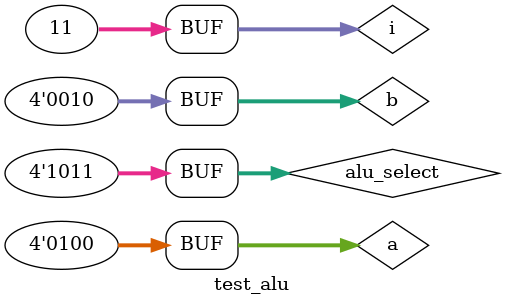
<source format=sv>

module test_alu;

	parameter WIDTH = 4;

	logic [WIDTH - 1:0] a;
	logic [WIDTH - 1:0] b;
	logic [3:0] alu_select;
	logic [WIDTH - 1:0] result;
	
	logic [WIDTH:0] r_mov;
	logic [WIDTH:0] r_add;
	logic [WIDTH:0] r_sub;
	logic [WIDTH:0] r_mul;
	logic [WIDTH:0] r_div;
	logic [WIDTH:0] r_xor;
	logic [WIDTH:0] r_and;
	logic [WIDTH:0] r_not;
	logic [WIDTH:0] r_shl;
	logic [WIDTH:0] r_shr;
	
	integer i;
//	ALU #(.N(WIDTH)) alu1(a, b, r_mov, r_compare, r_add, r_sub, r_mul, r_div, r_xor, r_and, r_not, r_shl, r_shr);
	ale #(.N(WIDTH)) ale(a, b, alu_select, result);
	
	initial begin
		a = 4;
		b = 2;
		alu_select = 0;
		
		for (i=0; i<= 10; i=i+1)
			begin
				alu_select = alu_select + 1;
				#10;
			end
		end
endmodule
</source>
